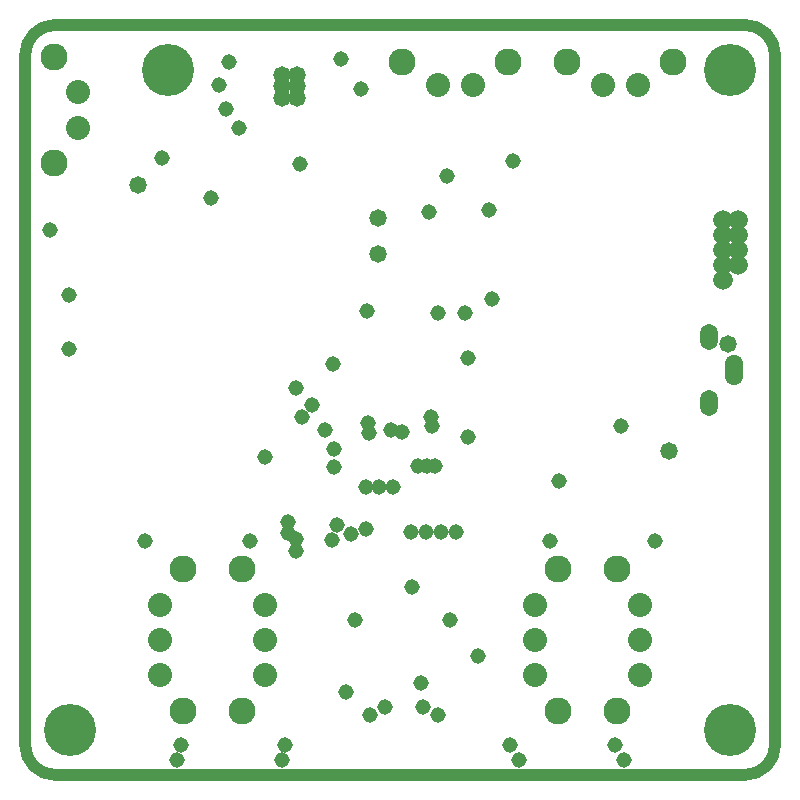
<source format=gbr>
%TF.GenerationSoftware,Altium Limited,Altium Designer,24.5.2 (23)*%
G04 Layer_Physical_Order=3*
G04 Layer_Color=128*
%FSLAX45Y45*%
%MOMM*%
%TF.SameCoordinates,627A3E5C-85DC-498E-B9C8-82595492641C*%
%TF.FilePolarity,Negative*%
%TF.FileFunction,Copper,L3,Inr,Plane*%
%TF.Part,Single*%
G01*
G75*
%TA.AperFunction,NonConductor*%
%ADD64C,1.01600*%
%TA.AperFunction,ViaPad*%
%ADD65C,4.41600*%
%TA.AperFunction,ComponentPad*%
%ADD66C,2.03600*%
%ADD67C,2.28600*%
%ADD68C,1.66600*%
%ADD69O,1.51600X2.61600*%
%ADD70O,1.51600X2.21600*%
%TA.AperFunction,ViaPad*%
%ADD71C,1.31600*%
%ADD72C,1.47320*%
D64*
X0Y254000D02*
G03*
X254000Y0I254000J0D01*
G01*
X6096000D02*
G03*
X6350000Y254000I0J254000D01*
G01*
Y6096000D02*
G03*
X6096000Y6350000I-254000J0D01*
G01*
X254000D02*
G03*
X0Y6096000I0J-254000D01*
G01*
X254000Y0D02*
X6096000D01*
X6350000Y254000D02*
Y6096000D01*
X254000Y6350000D02*
X6096000D01*
X0Y254000D02*
Y6096000D01*
D65*
X1206500Y5969000D02*
D03*
X5969000D02*
D03*
Y381000D02*
D03*
X381000D02*
D03*
D66*
X2032000Y1443000D02*
D03*
Y1143000D02*
D03*
Y843000D02*
D03*
X444500Y5478500D02*
D03*
Y5778500D02*
D03*
X4889500Y5842000D02*
D03*
X5189500D02*
D03*
X3492500D02*
D03*
X3792500D02*
D03*
X1143000Y1443000D02*
D03*
Y1143000D02*
D03*
Y843000D02*
D03*
X4318000Y1443000D02*
D03*
Y1143000D02*
D03*
Y843000D02*
D03*
X5207000Y843000D02*
D03*
Y1143000D02*
D03*
Y1443000D02*
D03*
D67*
X1836000Y1743000D02*
D03*
Y543000D02*
D03*
X248500Y5178500D02*
D03*
Y6078500D02*
D03*
X4589500Y6038000D02*
D03*
X5489500Y6038000D02*
D03*
X3192500Y6038000D02*
D03*
X4092500D02*
D03*
X1339000Y1743000D02*
D03*
Y543000D02*
D03*
X4514000Y1743000D02*
D03*
Y543000D02*
D03*
X5011000Y543000D02*
D03*
Y1743000D02*
D03*
D68*
X6032500Y4318000D02*
D03*
Y4572000D02*
D03*
X6032500Y4699000D02*
D03*
X5905501Y4191000D02*
D03*
X5905500Y4318001D02*
D03*
X5905500Y4445000D02*
D03*
X5905500Y4572000D02*
D03*
Y4699000D02*
D03*
X6032500Y4445000D02*
D03*
D69*
X6006600Y3429000D02*
D03*
D70*
X5791600Y3709000D02*
D03*
Y3149000D02*
D03*
D71*
X2346960Y3032760D02*
D03*
X1572260Y4884420D02*
D03*
X3568700Y5072380D02*
D03*
X3416300Y4767580D02*
D03*
X3098800Y2921000D02*
D03*
X3111500Y2438400D02*
D03*
X2882900D02*
D03*
X2997200D02*
D03*
X2598009Y1986280D02*
D03*
X3263900Y2057400D02*
D03*
X3517900D02*
D03*
X3644900D02*
D03*
X3441700Y2951480D02*
D03*
X3439160Y3030220D02*
D03*
X3187700Y2903220D02*
D03*
X2908300Y2898140D02*
D03*
X2905760Y2976880D02*
D03*
X2885440Y2080260D02*
D03*
X2758440Y2042160D02*
D03*
X2644140Y2113280D02*
D03*
X3954780Y4030980D02*
D03*
X1727200Y6032500D02*
D03*
X2717800Y698500D02*
D03*
X2895600Y3924300D02*
D03*
X3276600Y1587500D02*
D03*
X3594100Y1308100D02*
D03*
X4445000Y1981200D02*
D03*
X3492500Y3911600D02*
D03*
X3721100D02*
D03*
X368300Y3606800D02*
D03*
Y4064000D02*
D03*
X213360Y4610100D02*
D03*
X3746500Y3530600D02*
D03*
X2540000Y2921000D02*
D03*
X3390900Y2057400D02*
D03*
X2296160Y1899920D02*
D03*
Y1996440D02*
D03*
X2230120Y2052320D02*
D03*
Y2138680D02*
D03*
X2611520Y2603500D02*
D03*
X3746500Y2860040D02*
D03*
X3472180Y2618740D02*
D03*
X3401060D02*
D03*
X3329940D02*
D03*
X2200040Y254000D02*
D03*
X1282700Y127000D02*
D03*
X1320800Y254000D02*
D03*
X2171700Y127000D02*
D03*
X3492500Y508000D02*
D03*
X3365500Y571500D02*
D03*
X3048000D02*
D03*
X2921000Y508000D02*
D03*
X4178300Y127000D02*
D03*
X5067300D02*
D03*
X4991100Y254000D02*
D03*
X4102100D02*
D03*
X3352800Y774700D02*
D03*
X2794000Y1308100D02*
D03*
X3835400Y1003300D02*
D03*
X5334000Y1981200D02*
D03*
X1016000D02*
D03*
X1905000D02*
D03*
X5044440Y2951480D02*
D03*
X4521200Y2491740D02*
D03*
X2616200Y2755900D02*
D03*
X3931920Y4780280D02*
D03*
X4130040Y5196840D02*
D03*
X2029460Y2692400D02*
D03*
X2428240Y3134360D02*
D03*
X2294031Y3276600D02*
D03*
X2603500Y3482340D02*
D03*
X2331720Y5171440D02*
D03*
X2844800Y5803900D02*
D03*
X1699260Y5638800D02*
D03*
X2677160Y6057900D02*
D03*
X1160780Y5227320D02*
D03*
X1638300Y5842000D02*
D03*
X1808480Y5476240D02*
D03*
D72*
X5448300Y2743200D02*
D03*
X5948680Y3647440D02*
D03*
X2989580Y4719320D02*
D03*
X960120Y4998720D02*
D03*
X2992120Y4411980D02*
D03*
X2298700Y5925820D02*
D03*
X2171700Y5732780D02*
D03*
X2298700D02*
D03*
X2171700Y5829300D02*
D03*
X2298700D02*
D03*
X2171700Y5925820D02*
D03*
%TF.MD5,22b7b8806976395e1e82ec786c8c9465*%
M02*

</source>
